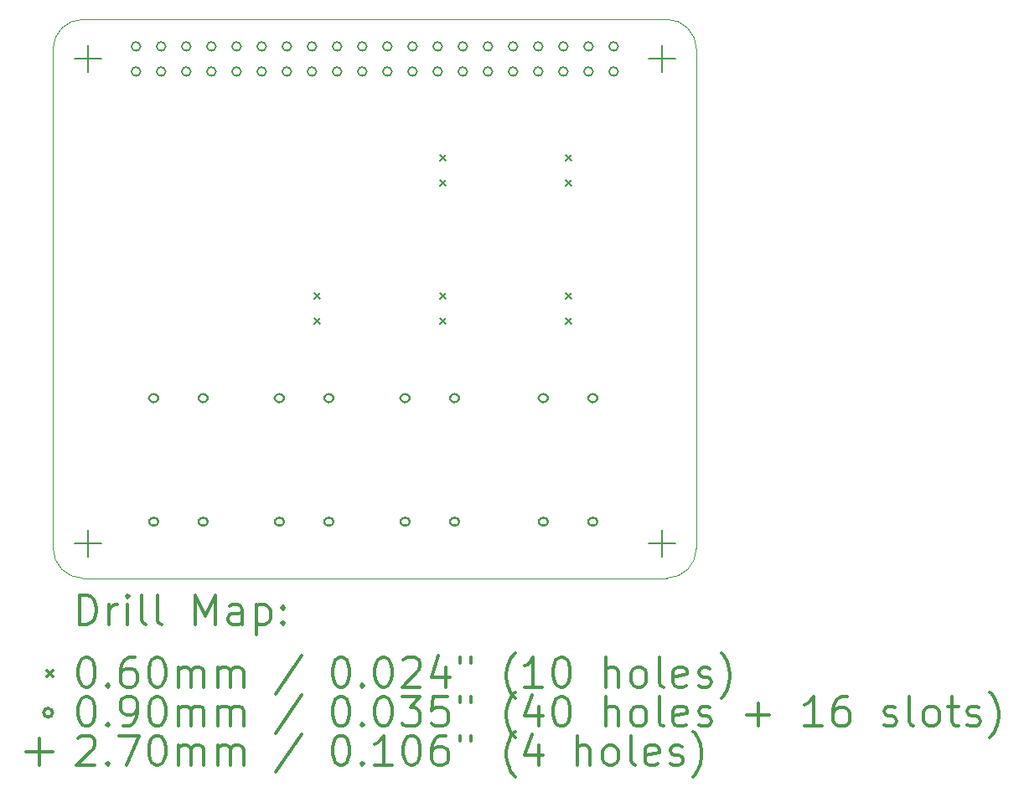
<source format=gbr>
%FSLAX45Y45*%
G04 Gerber Fmt 4.5, Leading zero omitted, Abs format (unit mm)*
G04 Created by KiCad (PCBNEW 4.0.7) date 01/22/18 14:26:14*
%MOMM*%
%LPD*%
G01*
G04 APERTURE LIST*
%ADD10C,0.127000*%
%ADD11C,0.100000*%
%ADD12C,0.200000*%
%ADD13C,0.300000*%
G04 APERTURE END LIST*
D10*
D11*
X5507000Y-4826000D02*
X11407000Y-4826000D01*
X11707000Y-5126000D02*
G75*
G03X11407000Y-4826000I-300000J0D01*
G01*
X5507000Y-4826000D02*
G75*
G03X5207000Y-5126000I0J-300000D01*
G01*
X11707000Y-5126000D02*
X11707000Y-10176000D01*
X5207000Y-9398000D02*
X5207000Y-6350000D01*
X11407000Y-10476000D02*
G75*
G03X11707000Y-10176000I0J300000D01*
G01*
X5207000Y-10176000D02*
G75*
G03X5507000Y-10476000I300000J0D01*
G01*
X5207000Y-8626000D02*
X5207000Y-10176000D01*
X5207000Y-5126000D02*
X5207000Y-6726000D01*
X5507000Y-10476000D02*
X11407000Y-10476000D01*
D12*
X7844000Y-7590000D02*
X7904000Y-7650000D01*
X7904000Y-7590000D02*
X7844000Y-7650000D01*
X7844000Y-7844000D02*
X7904000Y-7904000D01*
X7904000Y-7844000D02*
X7844000Y-7904000D01*
X9114000Y-6193000D02*
X9174000Y-6253000D01*
X9174000Y-6193000D02*
X9114000Y-6253000D01*
X9114000Y-6447000D02*
X9174000Y-6507000D01*
X9174000Y-6447000D02*
X9114000Y-6507000D01*
X9114000Y-7590000D02*
X9174000Y-7650000D01*
X9174000Y-7590000D02*
X9114000Y-7650000D01*
X9114000Y-7844000D02*
X9174000Y-7904000D01*
X9174000Y-7844000D02*
X9114000Y-7904000D01*
X10384000Y-6193000D02*
X10444000Y-6253000D01*
X10444000Y-6193000D02*
X10384000Y-6253000D01*
X10384000Y-6447000D02*
X10444000Y-6507000D01*
X10444000Y-6447000D02*
X10384000Y-6507000D01*
X10384000Y-7590000D02*
X10444000Y-7650000D01*
X10444000Y-7590000D02*
X10384000Y-7650000D01*
X10384000Y-7844000D02*
X10444000Y-7904000D01*
X10444000Y-7844000D02*
X10384000Y-7904000D01*
X6089000Y-5099000D02*
G75*
G03X6089000Y-5099000I-45000J0D01*
G01*
X6089000Y-5353000D02*
G75*
G03X6089000Y-5353000I-45000J0D01*
G01*
X6268000Y-8656000D02*
G75*
G03X6268000Y-8656000I-45000J0D01*
G01*
X6208000Y-8691000D02*
X6238000Y-8691000D01*
X6208000Y-8621000D02*
X6238000Y-8621000D01*
X6238000Y-8691000D02*
G75*
G03X6238000Y-8621000I0J35000D01*
G01*
X6208000Y-8621000D02*
G75*
G03X6208000Y-8691000I0J-35000D01*
G01*
X6268000Y-9906000D02*
G75*
G03X6268000Y-9906000I-45000J0D01*
G01*
X6208000Y-9941000D02*
X6238000Y-9941000D01*
X6208000Y-9871000D02*
X6238000Y-9871000D01*
X6238000Y-9941000D02*
G75*
G03X6238000Y-9871000I0J35000D01*
G01*
X6208000Y-9871000D02*
G75*
G03X6208000Y-9941000I0J-35000D01*
G01*
X6343000Y-5099000D02*
G75*
G03X6343000Y-5099000I-45000J0D01*
G01*
X6343000Y-5353000D02*
G75*
G03X6343000Y-5353000I-45000J0D01*
G01*
X6597000Y-5099000D02*
G75*
G03X6597000Y-5099000I-45000J0D01*
G01*
X6597000Y-5353000D02*
G75*
G03X6597000Y-5353000I-45000J0D01*
G01*
X6768000Y-8656000D02*
G75*
G03X6768000Y-8656000I-45000J0D01*
G01*
X6708000Y-8691000D02*
X6738000Y-8691000D01*
X6708000Y-8621000D02*
X6738000Y-8621000D01*
X6738000Y-8691000D02*
G75*
G03X6738000Y-8621000I0J35000D01*
G01*
X6708000Y-8621000D02*
G75*
G03X6708000Y-8691000I0J-35000D01*
G01*
X6768000Y-9906000D02*
G75*
G03X6768000Y-9906000I-45000J0D01*
G01*
X6708000Y-9941000D02*
X6738000Y-9941000D01*
X6708000Y-9871000D02*
X6738000Y-9871000D01*
X6738000Y-9941000D02*
G75*
G03X6738000Y-9871000I0J35000D01*
G01*
X6708000Y-9871000D02*
G75*
G03X6708000Y-9941000I0J-35000D01*
G01*
X6851000Y-5099000D02*
G75*
G03X6851000Y-5099000I-45000J0D01*
G01*
X6851000Y-5353000D02*
G75*
G03X6851000Y-5353000I-45000J0D01*
G01*
X7105000Y-5099000D02*
G75*
G03X7105000Y-5099000I-45000J0D01*
G01*
X7105000Y-5353000D02*
G75*
G03X7105000Y-5353000I-45000J0D01*
G01*
X7359000Y-5099000D02*
G75*
G03X7359000Y-5099000I-45000J0D01*
G01*
X7359000Y-5353000D02*
G75*
G03X7359000Y-5353000I-45000J0D01*
G01*
X7538000Y-8656000D02*
G75*
G03X7538000Y-8656000I-45000J0D01*
G01*
X7478000Y-8691000D02*
X7508000Y-8691000D01*
X7478000Y-8621000D02*
X7508000Y-8621000D01*
X7508000Y-8691000D02*
G75*
G03X7508000Y-8621000I0J35000D01*
G01*
X7478000Y-8621000D02*
G75*
G03X7478000Y-8691000I0J-35000D01*
G01*
X7538000Y-9906000D02*
G75*
G03X7538000Y-9906000I-45000J0D01*
G01*
X7478000Y-9941000D02*
X7508000Y-9941000D01*
X7478000Y-9871000D02*
X7508000Y-9871000D01*
X7508000Y-9941000D02*
G75*
G03X7508000Y-9871000I0J35000D01*
G01*
X7478000Y-9871000D02*
G75*
G03X7478000Y-9941000I0J-35000D01*
G01*
X7613000Y-5099000D02*
G75*
G03X7613000Y-5099000I-45000J0D01*
G01*
X7613000Y-5353000D02*
G75*
G03X7613000Y-5353000I-45000J0D01*
G01*
X7867000Y-5099000D02*
G75*
G03X7867000Y-5099000I-45000J0D01*
G01*
X7867000Y-5353000D02*
G75*
G03X7867000Y-5353000I-45000J0D01*
G01*
X8038000Y-8656000D02*
G75*
G03X8038000Y-8656000I-45000J0D01*
G01*
X7978000Y-8691000D02*
X8008000Y-8691000D01*
X7978000Y-8621000D02*
X8008000Y-8621000D01*
X8008000Y-8691000D02*
G75*
G03X8008000Y-8621000I0J35000D01*
G01*
X7978000Y-8621000D02*
G75*
G03X7978000Y-8691000I0J-35000D01*
G01*
X8038000Y-9906000D02*
G75*
G03X8038000Y-9906000I-45000J0D01*
G01*
X7978000Y-9941000D02*
X8008000Y-9941000D01*
X7978000Y-9871000D02*
X8008000Y-9871000D01*
X8008000Y-9941000D02*
G75*
G03X8008000Y-9871000I0J35000D01*
G01*
X7978000Y-9871000D02*
G75*
G03X7978000Y-9941000I0J-35000D01*
G01*
X8121000Y-5099000D02*
G75*
G03X8121000Y-5099000I-45000J0D01*
G01*
X8121000Y-5353000D02*
G75*
G03X8121000Y-5353000I-45000J0D01*
G01*
X8375000Y-5099000D02*
G75*
G03X8375000Y-5099000I-45000J0D01*
G01*
X8375000Y-5353000D02*
G75*
G03X8375000Y-5353000I-45000J0D01*
G01*
X8629000Y-5099000D02*
G75*
G03X8629000Y-5099000I-45000J0D01*
G01*
X8629000Y-5353000D02*
G75*
G03X8629000Y-5353000I-45000J0D01*
G01*
X8808000Y-8656000D02*
G75*
G03X8808000Y-8656000I-45000J0D01*
G01*
X8748000Y-8691000D02*
X8778000Y-8691000D01*
X8748000Y-8621000D02*
X8778000Y-8621000D01*
X8778000Y-8691000D02*
G75*
G03X8778000Y-8621000I0J35000D01*
G01*
X8748000Y-8621000D02*
G75*
G03X8748000Y-8691000I0J-35000D01*
G01*
X8808000Y-9906000D02*
G75*
G03X8808000Y-9906000I-45000J0D01*
G01*
X8748000Y-9941000D02*
X8778000Y-9941000D01*
X8748000Y-9871000D02*
X8778000Y-9871000D01*
X8778000Y-9941000D02*
G75*
G03X8778000Y-9871000I0J35000D01*
G01*
X8748000Y-9871000D02*
G75*
G03X8748000Y-9941000I0J-35000D01*
G01*
X8883000Y-5099000D02*
G75*
G03X8883000Y-5099000I-45000J0D01*
G01*
X8883000Y-5353000D02*
G75*
G03X8883000Y-5353000I-45000J0D01*
G01*
X9137000Y-5099000D02*
G75*
G03X9137000Y-5099000I-45000J0D01*
G01*
X9137000Y-5353000D02*
G75*
G03X9137000Y-5353000I-45000J0D01*
G01*
X9308000Y-8656000D02*
G75*
G03X9308000Y-8656000I-45000J0D01*
G01*
X9248000Y-8691000D02*
X9278000Y-8691000D01*
X9248000Y-8621000D02*
X9278000Y-8621000D01*
X9278000Y-8691000D02*
G75*
G03X9278000Y-8621000I0J35000D01*
G01*
X9248000Y-8621000D02*
G75*
G03X9248000Y-8691000I0J-35000D01*
G01*
X9308000Y-9906000D02*
G75*
G03X9308000Y-9906000I-45000J0D01*
G01*
X9248000Y-9941000D02*
X9278000Y-9941000D01*
X9248000Y-9871000D02*
X9278000Y-9871000D01*
X9278000Y-9941000D02*
G75*
G03X9278000Y-9871000I0J35000D01*
G01*
X9248000Y-9871000D02*
G75*
G03X9248000Y-9941000I0J-35000D01*
G01*
X9391000Y-5099000D02*
G75*
G03X9391000Y-5099000I-45000J0D01*
G01*
X9391000Y-5353000D02*
G75*
G03X9391000Y-5353000I-45000J0D01*
G01*
X9645000Y-5099000D02*
G75*
G03X9645000Y-5099000I-45000J0D01*
G01*
X9645000Y-5353000D02*
G75*
G03X9645000Y-5353000I-45000J0D01*
G01*
X9899000Y-5099000D02*
G75*
G03X9899000Y-5099000I-45000J0D01*
G01*
X9899000Y-5353000D02*
G75*
G03X9899000Y-5353000I-45000J0D01*
G01*
X10153000Y-5099000D02*
G75*
G03X10153000Y-5099000I-45000J0D01*
G01*
X10153000Y-5353000D02*
G75*
G03X10153000Y-5353000I-45000J0D01*
G01*
X10205000Y-8656000D02*
G75*
G03X10205000Y-8656000I-45000J0D01*
G01*
X10145000Y-8691000D02*
X10175000Y-8691000D01*
X10145000Y-8621000D02*
X10175000Y-8621000D01*
X10175000Y-8691000D02*
G75*
G03X10175000Y-8621000I0J35000D01*
G01*
X10145000Y-8621000D02*
G75*
G03X10145000Y-8691000I0J-35000D01*
G01*
X10205000Y-9906000D02*
G75*
G03X10205000Y-9906000I-45000J0D01*
G01*
X10145000Y-9941000D02*
X10175000Y-9941000D01*
X10145000Y-9871000D02*
X10175000Y-9871000D01*
X10175000Y-9941000D02*
G75*
G03X10175000Y-9871000I0J35000D01*
G01*
X10145000Y-9871000D02*
G75*
G03X10145000Y-9941000I0J-35000D01*
G01*
X10407000Y-5099000D02*
G75*
G03X10407000Y-5099000I-45000J0D01*
G01*
X10407000Y-5353000D02*
G75*
G03X10407000Y-5353000I-45000J0D01*
G01*
X10661000Y-5099000D02*
G75*
G03X10661000Y-5099000I-45000J0D01*
G01*
X10661000Y-5353000D02*
G75*
G03X10661000Y-5353000I-45000J0D01*
G01*
X10705000Y-8656000D02*
G75*
G03X10705000Y-8656000I-45000J0D01*
G01*
X10645000Y-8691000D02*
X10675000Y-8691000D01*
X10645000Y-8621000D02*
X10675000Y-8621000D01*
X10675000Y-8691000D02*
G75*
G03X10675000Y-8621000I0J35000D01*
G01*
X10645000Y-8621000D02*
G75*
G03X10645000Y-8691000I0J-35000D01*
G01*
X10705000Y-9906000D02*
G75*
G03X10705000Y-9906000I-45000J0D01*
G01*
X10645000Y-9941000D02*
X10675000Y-9941000D01*
X10645000Y-9871000D02*
X10675000Y-9871000D01*
X10675000Y-9941000D02*
G75*
G03X10675000Y-9871000I0J35000D01*
G01*
X10645000Y-9871000D02*
G75*
G03X10645000Y-9941000I0J-35000D01*
G01*
X10915000Y-5099000D02*
G75*
G03X10915000Y-5099000I-45000J0D01*
G01*
X10915000Y-5353000D02*
G75*
G03X10915000Y-5353000I-45000J0D01*
G01*
X5557000Y-5091000D02*
X5557000Y-5361000D01*
X5422000Y-5226000D02*
X5692000Y-5226000D01*
X5557000Y-9991000D02*
X5557000Y-10261000D01*
X5422000Y-10126000D02*
X5692000Y-10126000D01*
X11357000Y-5091000D02*
X11357000Y-5361000D01*
X11222000Y-5226000D02*
X11492000Y-5226000D01*
X11357000Y-9991000D02*
X11357000Y-10261000D01*
X11222000Y-10126000D02*
X11492000Y-10126000D01*
D13*
X5473429Y-10946714D02*
X5473429Y-10646714D01*
X5544857Y-10646714D01*
X5587714Y-10661000D01*
X5616286Y-10689572D01*
X5630571Y-10718143D01*
X5644857Y-10775286D01*
X5644857Y-10818143D01*
X5630571Y-10875286D01*
X5616286Y-10903857D01*
X5587714Y-10932429D01*
X5544857Y-10946714D01*
X5473429Y-10946714D01*
X5773428Y-10946714D02*
X5773428Y-10746714D01*
X5773428Y-10803857D02*
X5787714Y-10775286D01*
X5802000Y-10761000D01*
X5830571Y-10746714D01*
X5859143Y-10746714D01*
X5959143Y-10946714D02*
X5959143Y-10746714D01*
X5959143Y-10646714D02*
X5944857Y-10661000D01*
X5959143Y-10675286D01*
X5973428Y-10661000D01*
X5959143Y-10646714D01*
X5959143Y-10675286D01*
X6144857Y-10946714D02*
X6116286Y-10932429D01*
X6102000Y-10903857D01*
X6102000Y-10646714D01*
X6302000Y-10946714D02*
X6273428Y-10932429D01*
X6259143Y-10903857D01*
X6259143Y-10646714D01*
X6644857Y-10946714D02*
X6644857Y-10646714D01*
X6744857Y-10861000D01*
X6844857Y-10646714D01*
X6844857Y-10946714D01*
X7116286Y-10946714D02*
X7116286Y-10789572D01*
X7102000Y-10761000D01*
X7073428Y-10746714D01*
X7016286Y-10746714D01*
X6987714Y-10761000D01*
X7116286Y-10932429D02*
X7087714Y-10946714D01*
X7016286Y-10946714D01*
X6987714Y-10932429D01*
X6973428Y-10903857D01*
X6973428Y-10875286D01*
X6987714Y-10846714D01*
X7016286Y-10832429D01*
X7087714Y-10832429D01*
X7116286Y-10818143D01*
X7259143Y-10746714D02*
X7259143Y-11046714D01*
X7259143Y-10761000D02*
X7287714Y-10746714D01*
X7344857Y-10746714D01*
X7373428Y-10761000D01*
X7387714Y-10775286D01*
X7402000Y-10803857D01*
X7402000Y-10889572D01*
X7387714Y-10918143D01*
X7373428Y-10932429D01*
X7344857Y-10946714D01*
X7287714Y-10946714D01*
X7259143Y-10932429D01*
X7530571Y-10918143D02*
X7544857Y-10932429D01*
X7530571Y-10946714D01*
X7516286Y-10932429D01*
X7530571Y-10918143D01*
X7530571Y-10946714D01*
X7530571Y-10761000D02*
X7544857Y-10775286D01*
X7530571Y-10789572D01*
X7516286Y-10775286D01*
X7530571Y-10761000D01*
X7530571Y-10789572D01*
X5142000Y-11411000D02*
X5202000Y-11471000D01*
X5202000Y-11411000D02*
X5142000Y-11471000D01*
X5530571Y-11276714D02*
X5559143Y-11276714D01*
X5587714Y-11291000D01*
X5602000Y-11305286D01*
X5616286Y-11333857D01*
X5630571Y-11391000D01*
X5630571Y-11462429D01*
X5616286Y-11519571D01*
X5602000Y-11548143D01*
X5587714Y-11562429D01*
X5559143Y-11576714D01*
X5530571Y-11576714D01*
X5502000Y-11562429D01*
X5487714Y-11548143D01*
X5473429Y-11519571D01*
X5459143Y-11462429D01*
X5459143Y-11391000D01*
X5473429Y-11333857D01*
X5487714Y-11305286D01*
X5502000Y-11291000D01*
X5530571Y-11276714D01*
X5759143Y-11548143D02*
X5773428Y-11562429D01*
X5759143Y-11576714D01*
X5744857Y-11562429D01*
X5759143Y-11548143D01*
X5759143Y-11576714D01*
X6030571Y-11276714D02*
X5973428Y-11276714D01*
X5944857Y-11291000D01*
X5930571Y-11305286D01*
X5902000Y-11348143D01*
X5887714Y-11405286D01*
X5887714Y-11519571D01*
X5902000Y-11548143D01*
X5916286Y-11562429D01*
X5944857Y-11576714D01*
X6002000Y-11576714D01*
X6030571Y-11562429D01*
X6044857Y-11548143D01*
X6059143Y-11519571D01*
X6059143Y-11448143D01*
X6044857Y-11419571D01*
X6030571Y-11405286D01*
X6002000Y-11391000D01*
X5944857Y-11391000D01*
X5916286Y-11405286D01*
X5902000Y-11419571D01*
X5887714Y-11448143D01*
X6244857Y-11276714D02*
X6273428Y-11276714D01*
X6302000Y-11291000D01*
X6316286Y-11305286D01*
X6330571Y-11333857D01*
X6344857Y-11391000D01*
X6344857Y-11462429D01*
X6330571Y-11519571D01*
X6316286Y-11548143D01*
X6302000Y-11562429D01*
X6273428Y-11576714D01*
X6244857Y-11576714D01*
X6216286Y-11562429D01*
X6202000Y-11548143D01*
X6187714Y-11519571D01*
X6173428Y-11462429D01*
X6173428Y-11391000D01*
X6187714Y-11333857D01*
X6202000Y-11305286D01*
X6216286Y-11291000D01*
X6244857Y-11276714D01*
X6473428Y-11576714D02*
X6473428Y-11376714D01*
X6473428Y-11405286D02*
X6487714Y-11391000D01*
X6516286Y-11376714D01*
X6559143Y-11376714D01*
X6587714Y-11391000D01*
X6602000Y-11419571D01*
X6602000Y-11576714D01*
X6602000Y-11419571D02*
X6616286Y-11391000D01*
X6644857Y-11376714D01*
X6687714Y-11376714D01*
X6716286Y-11391000D01*
X6730571Y-11419571D01*
X6730571Y-11576714D01*
X6873428Y-11576714D02*
X6873428Y-11376714D01*
X6873428Y-11405286D02*
X6887714Y-11391000D01*
X6916286Y-11376714D01*
X6959143Y-11376714D01*
X6987714Y-11391000D01*
X7002000Y-11419571D01*
X7002000Y-11576714D01*
X7002000Y-11419571D02*
X7016286Y-11391000D01*
X7044857Y-11376714D01*
X7087714Y-11376714D01*
X7116286Y-11391000D01*
X7130571Y-11419571D01*
X7130571Y-11576714D01*
X7716286Y-11262429D02*
X7459143Y-11648143D01*
X8102000Y-11276714D02*
X8130571Y-11276714D01*
X8159143Y-11291000D01*
X8173428Y-11305286D01*
X8187714Y-11333857D01*
X8202000Y-11391000D01*
X8202000Y-11462429D01*
X8187714Y-11519571D01*
X8173428Y-11548143D01*
X8159143Y-11562429D01*
X8130571Y-11576714D01*
X8102000Y-11576714D01*
X8073428Y-11562429D01*
X8059143Y-11548143D01*
X8044857Y-11519571D01*
X8030571Y-11462429D01*
X8030571Y-11391000D01*
X8044857Y-11333857D01*
X8059143Y-11305286D01*
X8073428Y-11291000D01*
X8102000Y-11276714D01*
X8330571Y-11548143D02*
X8344857Y-11562429D01*
X8330571Y-11576714D01*
X8316286Y-11562429D01*
X8330571Y-11548143D01*
X8330571Y-11576714D01*
X8530571Y-11276714D02*
X8559143Y-11276714D01*
X8587714Y-11291000D01*
X8602000Y-11305286D01*
X8616286Y-11333857D01*
X8630571Y-11391000D01*
X8630571Y-11462429D01*
X8616286Y-11519571D01*
X8602000Y-11548143D01*
X8587714Y-11562429D01*
X8559143Y-11576714D01*
X8530571Y-11576714D01*
X8502000Y-11562429D01*
X8487714Y-11548143D01*
X8473428Y-11519571D01*
X8459143Y-11462429D01*
X8459143Y-11391000D01*
X8473428Y-11333857D01*
X8487714Y-11305286D01*
X8502000Y-11291000D01*
X8530571Y-11276714D01*
X8744857Y-11305286D02*
X8759143Y-11291000D01*
X8787714Y-11276714D01*
X8859143Y-11276714D01*
X8887714Y-11291000D01*
X8902000Y-11305286D01*
X8916286Y-11333857D01*
X8916286Y-11362429D01*
X8902000Y-11405286D01*
X8730571Y-11576714D01*
X8916286Y-11576714D01*
X9173428Y-11376714D02*
X9173428Y-11576714D01*
X9102000Y-11262429D02*
X9030571Y-11476714D01*
X9216286Y-11476714D01*
X9316286Y-11276714D02*
X9316286Y-11333857D01*
X9430571Y-11276714D02*
X9430571Y-11333857D01*
X9873428Y-11691000D02*
X9859143Y-11676714D01*
X9830571Y-11633857D01*
X9816286Y-11605286D01*
X9802000Y-11562429D01*
X9787714Y-11491000D01*
X9787714Y-11433857D01*
X9802000Y-11362429D01*
X9816286Y-11319571D01*
X9830571Y-11291000D01*
X9859143Y-11248143D01*
X9873428Y-11233857D01*
X10144857Y-11576714D02*
X9973428Y-11576714D01*
X10059143Y-11576714D02*
X10059143Y-11276714D01*
X10030571Y-11319571D01*
X10002000Y-11348143D01*
X9973428Y-11362429D01*
X10330571Y-11276714D02*
X10359143Y-11276714D01*
X10387714Y-11291000D01*
X10402000Y-11305286D01*
X10416286Y-11333857D01*
X10430571Y-11391000D01*
X10430571Y-11462429D01*
X10416286Y-11519571D01*
X10402000Y-11548143D01*
X10387714Y-11562429D01*
X10359143Y-11576714D01*
X10330571Y-11576714D01*
X10302000Y-11562429D01*
X10287714Y-11548143D01*
X10273428Y-11519571D01*
X10259143Y-11462429D01*
X10259143Y-11391000D01*
X10273428Y-11333857D01*
X10287714Y-11305286D01*
X10302000Y-11291000D01*
X10330571Y-11276714D01*
X10787714Y-11576714D02*
X10787714Y-11276714D01*
X10916286Y-11576714D02*
X10916286Y-11419571D01*
X10902000Y-11391000D01*
X10873428Y-11376714D01*
X10830571Y-11376714D01*
X10802000Y-11391000D01*
X10787714Y-11405286D01*
X11102000Y-11576714D02*
X11073428Y-11562429D01*
X11059143Y-11548143D01*
X11044857Y-11519571D01*
X11044857Y-11433857D01*
X11059143Y-11405286D01*
X11073428Y-11391000D01*
X11102000Y-11376714D01*
X11144857Y-11376714D01*
X11173428Y-11391000D01*
X11187714Y-11405286D01*
X11202000Y-11433857D01*
X11202000Y-11519571D01*
X11187714Y-11548143D01*
X11173428Y-11562429D01*
X11144857Y-11576714D01*
X11102000Y-11576714D01*
X11373428Y-11576714D02*
X11344857Y-11562429D01*
X11330571Y-11533857D01*
X11330571Y-11276714D01*
X11602000Y-11562429D02*
X11573428Y-11576714D01*
X11516286Y-11576714D01*
X11487714Y-11562429D01*
X11473428Y-11533857D01*
X11473428Y-11419571D01*
X11487714Y-11391000D01*
X11516286Y-11376714D01*
X11573428Y-11376714D01*
X11602000Y-11391000D01*
X11616286Y-11419571D01*
X11616286Y-11448143D01*
X11473428Y-11476714D01*
X11730571Y-11562429D02*
X11759143Y-11576714D01*
X11816286Y-11576714D01*
X11844857Y-11562429D01*
X11859143Y-11533857D01*
X11859143Y-11519571D01*
X11844857Y-11491000D01*
X11816286Y-11476714D01*
X11773428Y-11476714D01*
X11744857Y-11462429D01*
X11730571Y-11433857D01*
X11730571Y-11419571D01*
X11744857Y-11391000D01*
X11773428Y-11376714D01*
X11816286Y-11376714D01*
X11844857Y-11391000D01*
X11959143Y-11691000D02*
X11973428Y-11676714D01*
X12002000Y-11633857D01*
X12016286Y-11605286D01*
X12030571Y-11562429D01*
X12044857Y-11491000D01*
X12044857Y-11433857D01*
X12030571Y-11362429D01*
X12016286Y-11319571D01*
X12002000Y-11291000D01*
X11973428Y-11248143D01*
X11959143Y-11233857D01*
X5202000Y-11837000D02*
G75*
G03X5202000Y-11837000I-45000J0D01*
G01*
X5530571Y-11672714D02*
X5559143Y-11672714D01*
X5587714Y-11687000D01*
X5602000Y-11701286D01*
X5616286Y-11729857D01*
X5630571Y-11787000D01*
X5630571Y-11858429D01*
X5616286Y-11915571D01*
X5602000Y-11944143D01*
X5587714Y-11958429D01*
X5559143Y-11972714D01*
X5530571Y-11972714D01*
X5502000Y-11958429D01*
X5487714Y-11944143D01*
X5473429Y-11915571D01*
X5459143Y-11858429D01*
X5459143Y-11787000D01*
X5473429Y-11729857D01*
X5487714Y-11701286D01*
X5502000Y-11687000D01*
X5530571Y-11672714D01*
X5759143Y-11944143D02*
X5773428Y-11958429D01*
X5759143Y-11972714D01*
X5744857Y-11958429D01*
X5759143Y-11944143D01*
X5759143Y-11972714D01*
X5916286Y-11972714D02*
X5973428Y-11972714D01*
X6002000Y-11958429D01*
X6016286Y-11944143D01*
X6044857Y-11901286D01*
X6059143Y-11844143D01*
X6059143Y-11729857D01*
X6044857Y-11701286D01*
X6030571Y-11687000D01*
X6002000Y-11672714D01*
X5944857Y-11672714D01*
X5916286Y-11687000D01*
X5902000Y-11701286D01*
X5887714Y-11729857D01*
X5887714Y-11801286D01*
X5902000Y-11829857D01*
X5916286Y-11844143D01*
X5944857Y-11858429D01*
X6002000Y-11858429D01*
X6030571Y-11844143D01*
X6044857Y-11829857D01*
X6059143Y-11801286D01*
X6244857Y-11672714D02*
X6273428Y-11672714D01*
X6302000Y-11687000D01*
X6316286Y-11701286D01*
X6330571Y-11729857D01*
X6344857Y-11787000D01*
X6344857Y-11858429D01*
X6330571Y-11915571D01*
X6316286Y-11944143D01*
X6302000Y-11958429D01*
X6273428Y-11972714D01*
X6244857Y-11972714D01*
X6216286Y-11958429D01*
X6202000Y-11944143D01*
X6187714Y-11915571D01*
X6173428Y-11858429D01*
X6173428Y-11787000D01*
X6187714Y-11729857D01*
X6202000Y-11701286D01*
X6216286Y-11687000D01*
X6244857Y-11672714D01*
X6473428Y-11972714D02*
X6473428Y-11772714D01*
X6473428Y-11801286D02*
X6487714Y-11787000D01*
X6516286Y-11772714D01*
X6559143Y-11772714D01*
X6587714Y-11787000D01*
X6602000Y-11815571D01*
X6602000Y-11972714D01*
X6602000Y-11815571D02*
X6616286Y-11787000D01*
X6644857Y-11772714D01*
X6687714Y-11772714D01*
X6716286Y-11787000D01*
X6730571Y-11815571D01*
X6730571Y-11972714D01*
X6873428Y-11972714D02*
X6873428Y-11772714D01*
X6873428Y-11801286D02*
X6887714Y-11787000D01*
X6916286Y-11772714D01*
X6959143Y-11772714D01*
X6987714Y-11787000D01*
X7002000Y-11815571D01*
X7002000Y-11972714D01*
X7002000Y-11815571D02*
X7016286Y-11787000D01*
X7044857Y-11772714D01*
X7087714Y-11772714D01*
X7116286Y-11787000D01*
X7130571Y-11815571D01*
X7130571Y-11972714D01*
X7716286Y-11658429D02*
X7459143Y-12044143D01*
X8102000Y-11672714D02*
X8130571Y-11672714D01*
X8159143Y-11687000D01*
X8173428Y-11701286D01*
X8187714Y-11729857D01*
X8202000Y-11787000D01*
X8202000Y-11858429D01*
X8187714Y-11915571D01*
X8173428Y-11944143D01*
X8159143Y-11958429D01*
X8130571Y-11972714D01*
X8102000Y-11972714D01*
X8073428Y-11958429D01*
X8059143Y-11944143D01*
X8044857Y-11915571D01*
X8030571Y-11858429D01*
X8030571Y-11787000D01*
X8044857Y-11729857D01*
X8059143Y-11701286D01*
X8073428Y-11687000D01*
X8102000Y-11672714D01*
X8330571Y-11944143D02*
X8344857Y-11958429D01*
X8330571Y-11972714D01*
X8316286Y-11958429D01*
X8330571Y-11944143D01*
X8330571Y-11972714D01*
X8530571Y-11672714D02*
X8559143Y-11672714D01*
X8587714Y-11687000D01*
X8602000Y-11701286D01*
X8616286Y-11729857D01*
X8630571Y-11787000D01*
X8630571Y-11858429D01*
X8616286Y-11915571D01*
X8602000Y-11944143D01*
X8587714Y-11958429D01*
X8559143Y-11972714D01*
X8530571Y-11972714D01*
X8502000Y-11958429D01*
X8487714Y-11944143D01*
X8473428Y-11915571D01*
X8459143Y-11858429D01*
X8459143Y-11787000D01*
X8473428Y-11729857D01*
X8487714Y-11701286D01*
X8502000Y-11687000D01*
X8530571Y-11672714D01*
X8730571Y-11672714D02*
X8916286Y-11672714D01*
X8816286Y-11787000D01*
X8859143Y-11787000D01*
X8887714Y-11801286D01*
X8902000Y-11815571D01*
X8916286Y-11844143D01*
X8916286Y-11915571D01*
X8902000Y-11944143D01*
X8887714Y-11958429D01*
X8859143Y-11972714D01*
X8773428Y-11972714D01*
X8744857Y-11958429D01*
X8730571Y-11944143D01*
X9187714Y-11672714D02*
X9044857Y-11672714D01*
X9030571Y-11815571D01*
X9044857Y-11801286D01*
X9073428Y-11787000D01*
X9144857Y-11787000D01*
X9173428Y-11801286D01*
X9187714Y-11815571D01*
X9202000Y-11844143D01*
X9202000Y-11915571D01*
X9187714Y-11944143D01*
X9173428Y-11958429D01*
X9144857Y-11972714D01*
X9073428Y-11972714D01*
X9044857Y-11958429D01*
X9030571Y-11944143D01*
X9316286Y-11672714D02*
X9316286Y-11729857D01*
X9430571Y-11672714D02*
X9430571Y-11729857D01*
X9873428Y-12087000D02*
X9859143Y-12072714D01*
X9830571Y-12029857D01*
X9816286Y-12001286D01*
X9802000Y-11958429D01*
X9787714Y-11887000D01*
X9787714Y-11829857D01*
X9802000Y-11758429D01*
X9816286Y-11715571D01*
X9830571Y-11687000D01*
X9859143Y-11644143D01*
X9873428Y-11629857D01*
X10116286Y-11772714D02*
X10116286Y-11972714D01*
X10044857Y-11658429D02*
X9973428Y-11872714D01*
X10159143Y-11872714D01*
X10330571Y-11672714D02*
X10359143Y-11672714D01*
X10387714Y-11687000D01*
X10402000Y-11701286D01*
X10416286Y-11729857D01*
X10430571Y-11787000D01*
X10430571Y-11858429D01*
X10416286Y-11915571D01*
X10402000Y-11944143D01*
X10387714Y-11958429D01*
X10359143Y-11972714D01*
X10330571Y-11972714D01*
X10302000Y-11958429D01*
X10287714Y-11944143D01*
X10273428Y-11915571D01*
X10259143Y-11858429D01*
X10259143Y-11787000D01*
X10273428Y-11729857D01*
X10287714Y-11701286D01*
X10302000Y-11687000D01*
X10330571Y-11672714D01*
X10787714Y-11972714D02*
X10787714Y-11672714D01*
X10916286Y-11972714D02*
X10916286Y-11815571D01*
X10902000Y-11787000D01*
X10873428Y-11772714D01*
X10830571Y-11772714D01*
X10802000Y-11787000D01*
X10787714Y-11801286D01*
X11102000Y-11972714D02*
X11073428Y-11958429D01*
X11059143Y-11944143D01*
X11044857Y-11915571D01*
X11044857Y-11829857D01*
X11059143Y-11801286D01*
X11073428Y-11787000D01*
X11102000Y-11772714D01*
X11144857Y-11772714D01*
X11173428Y-11787000D01*
X11187714Y-11801286D01*
X11202000Y-11829857D01*
X11202000Y-11915571D01*
X11187714Y-11944143D01*
X11173428Y-11958429D01*
X11144857Y-11972714D01*
X11102000Y-11972714D01*
X11373428Y-11972714D02*
X11344857Y-11958429D01*
X11330571Y-11929857D01*
X11330571Y-11672714D01*
X11602000Y-11958429D02*
X11573428Y-11972714D01*
X11516286Y-11972714D01*
X11487714Y-11958429D01*
X11473428Y-11929857D01*
X11473428Y-11815571D01*
X11487714Y-11787000D01*
X11516286Y-11772714D01*
X11573428Y-11772714D01*
X11602000Y-11787000D01*
X11616286Y-11815571D01*
X11616286Y-11844143D01*
X11473428Y-11872714D01*
X11730571Y-11958429D02*
X11759143Y-11972714D01*
X11816286Y-11972714D01*
X11844857Y-11958429D01*
X11859143Y-11929857D01*
X11859143Y-11915571D01*
X11844857Y-11887000D01*
X11816286Y-11872714D01*
X11773428Y-11872714D01*
X11744857Y-11858429D01*
X11730571Y-11829857D01*
X11730571Y-11815571D01*
X11744857Y-11787000D01*
X11773428Y-11772714D01*
X11816286Y-11772714D01*
X11844857Y-11787000D01*
X12216286Y-11858429D02*
X12444857Y-11858429D01*
X12330571Y-11972714D02*
X12330571Y-11744143D01*
X12973428Y-11972714D02*
X12802000Y-11972714D01*
X12887714Y-11972714D02*
X12887714Y-11672714D01*
X12859143Y-11715571D01*
X12830571Y-11744143D01*
X12802000Y-11758429D01*
X13230571Y-11672714D02*
X13173428Y-11672714D01*
X13144857Y-11687000D01*
X13130571Y-11701286D01*
X13102000Y-11744143D01*
X13087714Y-11801286D01*
X13087714Y-11915571D01*
X13102000Y-11944143D01*
X13116286Y-11958429D01*
X13144857Y-11972714D01*
X13202000Y-11972714D01*
X13230571Y-11958429D01*
X13244857Y-11944143D01*
X13259143Y-11915571D01*
X13259143Y-11844143D01*
X13244857Y-11815571D01*
X13230571Y-11801286D01*
X13202000Y-11787000D01*
X13144857Y-11787000D01*
X13116286Y-11801286D01*
X13102000Y-11815571D01*
X13087714Y-11844143D01*
X13602000Y-11958429D02*
X13630571Y-11972714D01*
X13687714Y-11972714D01*
X13716286Y-11958429D01*
X13730571Y-11929857D01*
X13730571Y-11915571D01*
X13716286Y-11887000D01*
X13687714Y-11872714D01*
X13644857Y-11872714D01*
X13616286Y-11858429D01*
X13602000Y-11829857D01*
X13602000Y-11815571D01*
X13616286Y-11787000D01*
X13644857Y-11772714D01*
X13687714Y-11772714D01*
X13716286Y-11787000D01*
X13902000Y-11972714D02*
X13873428Y-11958429D01*
X13859143Y-11929857D01*
X13859143Y-11672714D01*
X14059143Y-11972714D02*
X14030571Y-11958429D01*
X14016286Y-11944143D01*
X14002000Y-11915571D01*
X14002000Y-11829857D01*
X14016286Y-11801286D01*
X14030571Y-11787000D01*
X14059143Y-11772714D01*
X14102000Y-11772714D01*
X14130571Y-11787000D01*
X14144857Y-11801286D01*
X14159143Y-11829857D01*
X14159143Y-11915571D01*
X14144857Y-11944143D01*
X14130571Y-11958429D01*
X14102000Y-11972714D01*
X14059143Y-11972714D01*
X14244857Y-11772714D02*
X14359143Y-11772714D01*
X14287714Y-11672714D02*
X14287714Y-11929857D01*
X14302000Y-11958429D01*
X14330571Y-11972714D01*
X14359143Y-11972714D01*
X14444857Y-11958429D02*
X14473428Y-11972714D01*
X14530571Y-11972714D01*
X14559143Y-11958429D01*
X14573428Y-11929857D01*
X14573428Y-11915571D01*
X14559143Y-11887000D01*
X14530571Y-11872714D01*
X14487714Y-11872714D01*
X14459143Y-11858429D01*
X14444857Y-11829857D01*
X14444857Y-11815571D01*
X14459143Y-11787000D01*
X14487714Y-11772714D01*
X14530571Y-11772714D01*
X14559143Y-11787000D01*
X14673428Y-12087000D02*
X14687714Y-12072714D01*
X14716286Y-12029857D01*
X14730571Y-12001286D01*
X14744857Y-11958429D01*
X14759143Y-11887000D01*
X14759143Y-11829857D01*
X14744857Y-11758429D01*
X14730571Y-11715571D01*
X14716286Y-11687000D01*
X14687714Y-11644143D01*
X14673428Y-11629857D01*
X5067000Y-12098000D02*
X5067000Y-12368000D01*
X4932000Y-12233000D02*
X5202000Y-12233000D01*
X5459143Y-12097286D02*
X5473429Y-12083000D01*
X5502000Y-12068714D01*
X5573429Y-12068714D01*
X5602000Y-12083000D01*
X5616286Y-12097286D01*
X5630571Y-12125857D01*
X5630571Y-12154429D01*
X5616286Y-12197286D01*
X5444857Y-12368714D01*
X5630571Y-12368714D01*
X5759143Y-12340143D02*
X5773428Y-12354429D01*
X5759143Y-12368714D01*
X5744857Y-12354429D01*
X5759143Y-12340143D01*
X5759143Y-12368714D01*
X5873428Y-12068714D02*
X6073428Y-12068714D01*
X5944857Y-12368714D01*
X6244857Y-12068714D02*
X6273428Y-12068714D01*
X6302000Y-12083000D01*
X6316286Y-12097286D01*
X6330571Y-12125857D01*
X6344857Y-12183000D01*
X6344857Y-12254429D01*
X6330571Y-12311571D01*
X6316286Y-12340143D01*
X6302000Y-12354429D01*
X6273428Y-12368714D01*
X6244857Y-12368714D01*
X6216286Y-12354429D01*
X6202000Y-12340143D01*
X6187714Y-12311571D01*
X6173428Y-12254429D01*
X6173428Y-12183000D01*
X6187714Y-12125857D01*
X6202000Y-12097286D01*
X6216286Y-12083000D01*
X6244857Y-12068714D01*
X6473428Y-12368714D02*
X6473428Y-12168714D01*
X6473428Y-12197286D02*
X6487714Y-12183000D01*
X6516286Y-12168714D01*
X6559143Y-12168714D01*
X6587714Y-12183000D01*
X6602000Y-12211571D01*
X6602000Y-12368714D01*
X6602000Y-12211571D02*
X6616286Y-12183000D01*
X6644857Y-12168714D01*
X6687714Y-12168714D01*
X6716286Y-12183000D01*
X6730571Y-12211571D01*
X6730571Y-12368714D01*
X6873428Y-12368714D02*
X6873428Y-12168714D01*
X6873428Y-12197286D02*
X6887714Y-12183000D01*
X6916286Y-12168714D01*
X6959143Y-12168714D01*
X6987714Y-12183000D01*
X7002000Y-12211571D01*
X7002000Y-12368714D01*
X7002000Y-12211571D02*
X7016286Y-12183000D01*
X7044857Y-12168714D01*
X7087714Y-12168714D01*
X7116286Y-12183000D01*
X7130571Y-12211571D01*
X7130571Y-12368714D01*
X7716286Y-12054429D02*
X7459143Y-12440143D01*
X8102000Y-12068714D02*
X8130571Y-12068714D01*
X8159143Y-12083000D01*
X8173428Y-12097286D01*
X8187714Y-12125857D01*
X8202000Y-12183000D01*
X8202000Y-12254429D01*
X8187714Y-12311571D01*
X8173428Y-12340143D01*
X8159143Y-12354429D01*
X8130571Y-12368714D01*
X8102000Y-12368714D01*
X8073428Y-12354429D01*
X8059143Y-12340143D01*
X8044857Y-12311571D01*
X8030571Y-12254429D01*
X8030571Y-12183000D01*
X8044857Y-12125857D01*
X8059143Y-12097286D01*
X8073428Y-12083000D01*
X8102000Y-12068714D01*
X8330571Y-12340143D02*
X8344857Y-12354429D01*
X8330571Y-12368714D01*
X8316286Y-12354429D01*
X8330571Y-12340143D01*
X8330571Y-12368714D01*
X8630571Y-12368714D02*
X8459143Y-12368714D01*
X8544857Y-12368714D02*
X8544857Y-12068714D01*
X8516286Y-12111571D01*
X8487714Y-12140143D01*
X8459143Y-12154429D01*
X8816286Y-12068714D02*
X8844857Y-12068714D01*
X8873428Y-12083000D01*
X8887714Y-12097286D01*
X8902000Y-12125857D01*
X8916286Y-12183000D01*
X8916286Y-12254429D01*
X8902000Y-12311571D01*
X8887714Y-12340143D01*
X8873428Y-12354429D01*
X8844857Y-12368714D01*
X8816286Y-12368714D01*
X8787714Y-12354429D01*
X8773428Y-12340143D01*
X8759143Y-12311571D01*
X8744857Y-12254429D01*
X8744857Y-12183000D01*
X8759143Y-12125857D01*
X8773428Y-12097286D01*
X8787714Y-12083000D01*
X8816286Y-12068714D01*
X9173428Y-12068714D02*
X9116286Y-12068714D01*
X9087714Y-12083000D01*
X9073428Y-12097286D01*
X9044857Y-12140143D01*
X9030571Y-12197286D01*
X9030571Y-12311571D01*
X9044857Y-12340143D01*
X9059143Y-12354429D01*
X9087714Y-12368714D01*
X9144857Y-12368714D01*
X9173428Y-12354429D01*
X9187714Y-12340143D01*
X9202000Y-12311571D01*
X9202000Y-12240143D01*
X9187714Y-12211571D01*
X9173428Y-12197286D01*
X9144857Y-12183000D01*
X9087714Y-12183000D01*
X9059143Y-12197286D01*
X9044857Y-12211571D01*
X9030571Y-12240143D01*
X9316286Y-12068714D02*
X9316286Y-12125857D01*
X9430571Y-12068714D02*
X9430571Y-12125857D01*
X9873428Y-12483000D02*
X9859143Y-12468714D01*
X9830571Y-12425857D01*
X9816286Y-12397286D01*
X9802000Y-12354429D01*
X9787714Y-12283000D01*
X9787714Y-12225857D01*
X9802000Y-12154429D01*
X9816286Y-12111571D01*
X9830571Y-12083000D01*
X9859143Y-12040143D01*
X9873428Y-12025857D01*
X10116286Y-12168714D02*
X10116286Y-12368714D01*
X10044857Y-12054429D02*
X9973428Y-12268714D01*
X10159143Y-12268714D01*
X10502000Y-12368714D02*
X10502000Y-12068714D01*
X10630571Y-12368714D02*
X10630571Y-12211571D01*
X10616286Y-12183000D01*
X10587714Y-12168714D01*
X10544857Y-12168714D01*
X10516286Y-12183000D01*
X10502000Y-12197286D01*
X10816286Y-12368714D02*
X10787714Y-12354429D01*
X10773428Y-12340143D01*
X10759143Y-12311571D01*
X10759143Y-12225857D01*
X10773428Y-12197286D01*
X10787714Y-12183000D01*
X10816286Y-12168714D01*
X10859143Y-12168714D01*
X10887714Y-12183000D01*
X10902000Y-12197286D01*
X10916286Y-12225857D01*
X10916286Y-12311571D01*
X10902000Y-12340143D01*
X10887714Y-12354429D01*
X10859143Y-12368714D01*
X10816286Y-12368714D01*
X11087714Y-12368714D02*
X11059143Y-12354429D01*
X11044857Y-12325857D01*
X11044857Y-12068714D01*
X11316286Y-12354429D02*
X11287714Y-12368714D01*
X11230571Y-12368714D01*
X11202000Y-12354429D01*
X11187714Y-12325857D01*
X11187714Y-12211571D01*
X11202000Y-12183000D01*
X11230571Y-12168714D01*
X11287714Y-12168714D01*
X11316286Y-12183000D01*
X11330571Y-12211571D01*
X11330571Y-12240143D01*
X11187714Y-12268714D01*
X11444857Y-12354429D02*
X11473428Y-12368714D01*
X11530571Y-12368714D01*
X11559143Y-12354429D01*
X11573428Y-12325857D01*
X11573428Y-12311571D01*
X11559143Y-12283000D01*
X11530571Y-12268714D01*
X11487714Y-12268714D01*
X11459143Y-12254429D01*
X11444857Y-12225857D01*
X11444857Y-12211571D01*
X11459143Y-12183000D01*
X11487714Y-12168714D01*
X11530571Y-12168714D01*
X11559143Y-12183000D01*
X11673428Y-12483000D02*
X11687714Y-12468714D01*
X11716286Y-12425857D01*
X11730571Y-12397286D01*
X11744857Y-12354429D01*
X11759143Y-12283000D01*
X11759143Y-12225857D01*
X11744857Y-12154429D01*
X11730571Y-12111571D01*
X11716286Y-12083000D01*
X11687714Y-12040143D01*
X11673428Y-12025857D01*
M02*

</source>
